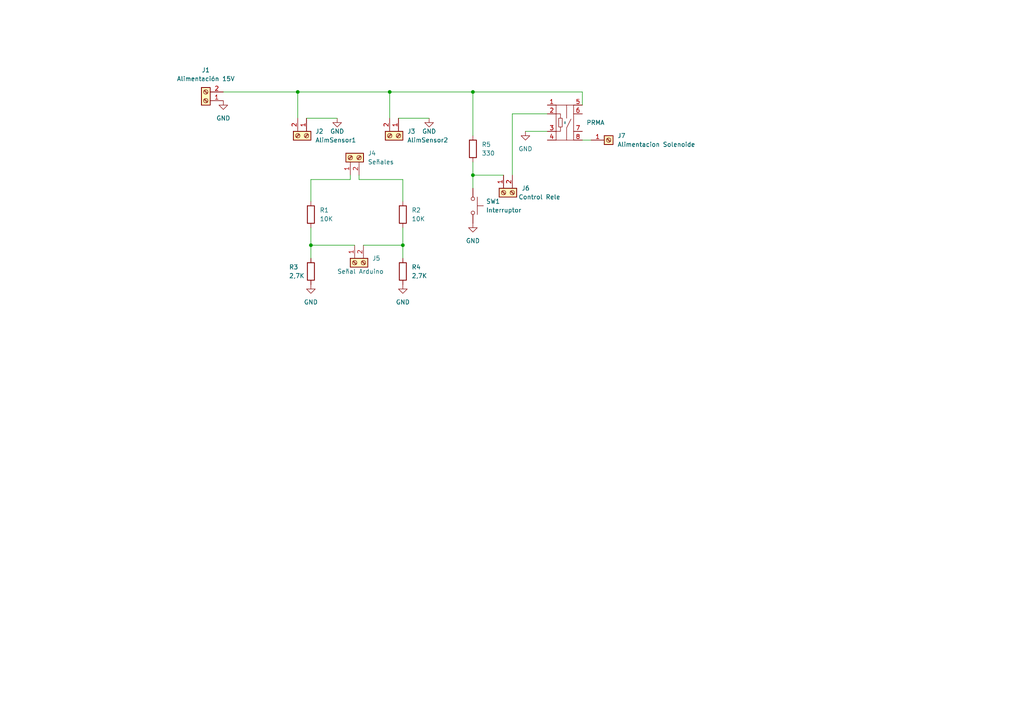
<source format=kicad_sch>
(kicad_sch (version 20230121) (generator eeschema)
  (paper "A4")
  (lib_symbols
    (symbol "Connector:Screw_Terminal_01x01" (pin_names (offset 1.016) hide)
      (property "Reference" "J" (at 0 2.54 0))
      (property "Value" "Screw_Terminal_01x01" (at 0 -2.54 0))
      (symbol "Screw_Terminal_01x01_1_1"
        (rectangle (start -1.27 1.27) (end 1.27 -1.27) (stroke (width 0.254)) (fill (type background)))
        (polyline (pts (xy -0.5334 0.3302) (xy 0.3302 -0.508)) (stroke (width 0.1524)))
        (polyline (pts (xy -0.3556 0.508) (xy 0.508 -0.3302)) (stroke (width 0.1524)))
        (circle (center 0 0) (radius 0.635) (stroke (width 0.1524)))
        (pin passive line (at -5.08 0 0) (length 3.81) (name "Pin_1") (number "1"))
      )
    )
    (symbol "Connector:Screw_Terminal_01x02" (pin_names (offset 1.016) hide)
      (property "Reference" "J" (at 0 2.54 0))
      (property "Value" "Screw_Terminal_01x02" (at 0 -5.08 0))
      (symbol "Screw_Terminal_01x02_1_1"
        (rectangle (start -1.27 1.27) (end 1.27 -3.81) (stroke (width 0.254)) (fill (type background)))
        (circle (center 0 -2.54) (radius 0.635) (stroke (width 0.1524)))
        (polyline (pts (xy -0.5334 -2.2098) (xy 0.3302 -3.048)) (stroke (width 0.1524)))
        (polyline (pts (xy -0.5334 0.3302) (xy 0.3302 -0.508)) (stroke (width 0.1524)))
        (polyline (pts (xy -0.3556 -2.032) (xy 0.508 -2.8702)) (stroke (width 0.1524)))
        (polyline (pts (xy -0.3556 0.508) (xy 0.508 -0.3302)) (stroke (width 0.1524)))
        (circle (center 0 0) (radius 0.635) (stroke (width 0.1524)))
        (pin passive line (at -5.08 0 0) (length 3.81) (name "Pin_1") (number "1"))
        (pin passive line (at -5.08 -2.54 0) (length 3.81) (name "Pin_2") (number "2"))
      )
    )
    (symbol "Device:R" (pin_numbers hide) (pin_names (offset 0))
      (property "Reference" "R" (at 2.032 0 90))
      (property "Value" "R" (at 0 0 90))
      (symbol "R_0_1"
        (rectangle (start -1.016 -2.54) (end 1.016 2.54) (stroke (width 0.254)))
      )
      (symbol "R_1_1"
        (pin passive line (at 0 3.81 270) (length 1.27) (name "~") (number "1"))
        (pin passive line (at 0 -3.81 90) (length 1.27) (name "~") (number "2"))
      )
    )
    (symbol "Relay:RS-291-9710"
      (property "Reference" "U3" (at 0 6.35 90))
      (property "Value" "~" (at 0 0 0))
      (symbol "RS-291-9710_0_1"
        (rectangle (start -5.08 2.54) (end 5.08 -2.54))
      )
      (symbol "RS-291-9710_1_1"
        (rectangle (start -1.27 -0.762) (end 1.27 -1.778))
        (polyline (pts (xy -5.08 0.508) (xy -1.27 0.508)))
        (polyline (pts (xy -2.54 -2.54) (xy -2.54 -1.27) (xy -1.27 -1.27)))
        (polyline (pts (xy 2.54 -2.54) (xy 2.54 -1.27) (xy 1.27 -1.27)))
        (polyline (pts (xy 5.08 0.508) (xy 1.524 0.508) (xy -1.016 1.778)))
        (pin input line (at -5.08 -5.08 90) (length 2.54) (name "") (number "1"))
        (pin input line (at -2.54 -5.08 90) (length 2.54) (name "") (number "2"))
        (pin input line (at 2.54 -5.08 90) (length 2.54) (name "") (number "3"))
        (pin input line (at 5.08 -5.08 90) (length 2.54) (name "") (number "4"))
        (pin input line (at -5.08 5.08 270) (length 2.54) (name "") (number "5"))
        (pin input line (at -2.54 5.08 270) (length 2.54) (name "") (number "6"))
        (pin input line (at 2.54 5.08 270) (length 2.54) (name "") (number "7"))
        (pin input line (at 5.08 5.08 270) (length 2.54) (name "") (number "8"))
      )
    )
    (symbol "Switch:SW_MEC_5G" (pin_numbers hide) (pin_names (offset 1.016) hide)
      (property "Reference" "SW" (at 1.27 2.54 0))
      (property "Value" "SW_MEC_5G" (at 0 -1.524 0))
      (symbol "SW_MEC_5G_0_1"
        (circle (center -2.032 0) (radius 0.508))
        (polyline (pts (xy 0 1.27) (xy 0 3.048)))
        (polyline (pts (xy 2.54 1.27) (xy -2.54 1.27)))
        (circle (center 2.032 0) (radius 0.508))
        (pin passive line (at -5.08 0 0) (length 2.54) (name "A") (number "1"))
        (pin passive line (at 5.08 0 180) (length 2.54) (name "B") (number "3"))
      )
      (symbol "SW_MEC_5G_1_1"
        (pin passive line (at -5.08 0 0) (length 2.54) hide (name "A") (number "2"))
        (pin passive line (at 5.08 0 180) (length 2.54) hide (name "B") (number "4"))
      )
    )
    (symbol "power:GND" (power) (pin_names (offset 0))
      (property "Value" "GND" (at 0 -3.81 0))
      (symbol "GND_0_1"
        (polyline (pts (xy 0 0) (xy 0 -1.27) (xy 1.27 -1.27) (xy 0 -2.54) (xy -1.27 -1.27) (xy 0 -1.27)))
      )
      (symbol "GND_1_1"
        (pin power_in line (at 0 0 270) (length 0) hide (name "GND") (number "1"))
      )
    )
  )
  (junction (at 137.16 50.8))
  (junction (at 137.16 26.67))
  (junction (at 90.17 71.12))
  (junction (at 86.36 26.67))
  (junction (at 113.03 26.67))
  (junction (at 116.84 71.12))
  (wire (pts (xy 137.16 50.8) (xy 137.16 54.61)))
  (wire (pts (xy 116.84 66.04) (xy 116.84 71.12)))
  (wire (pts (xy 90.17 66.04) (xy 90.17 71.12)))
  (wire (pts (xy 116.84 71.12) (xy 116.84 74.93)))
  (wire (pts (xy 137.16 46.99) (xy 137.16 50.8)))
  (wire (pts (xy 168.91 30.48) (xy 168.91 26.67)))
  (wire (pts (xy 116.84 52.07) (xy 104.14 52.07)))
  (wire (pts (xy 64.77 26.67) (xy 86.36 26.67)))
  (wire (pts (xy 137.16 26.67) (xy 137.16 39.37)))
  (wire (pts (xy 137.16 26.67) (xy 168.91 26.67)))
  (wire (pts (xy 113.03 26.67) (xy 86.36 26.67)))
  (wire (pts (xy 105.41 71.12) (xy 116.84 71.12)))
  (wire (pts (xy 168.91 40.64) (xy 171.45 40.64)))
  (wire (pts (xy 101.6 52.07) (xy 101.6 50.8)))
  (wire (pts (xy 137.16 50.8) (xy 146.05 50.8)))
  (wire (pts (xy 148.59 33.02) (xy 158.75 33.02)))
  (wire (pts (xy 88.9 34.29) (xy 97.79 34.29)))
  (wire (pts (xy 86.36 26.67) (xy 86.36 34.29)))
  (wire (pts (xy 113.03 34.29) (xy 113.03 26.67)))
  (wire (pts (xy 152.4 38.1) (xy 158.75 38.1)))
  (wire (pts (xy 90.17 71.12) (xy 90.17 74.93)))
  (wire (pts (xy 148.59 33.02) (xy 148.59 50.8)))
  (wire (pts (xy 104.14 52.07) (xy 104.14 50.8)))
  (wire (pts (xy 113.03 26.67) (xy 137.16 26.67)))
  (wire (pts (xy 115.57 34.29) (xy 124.46 34.29)))
  (wire (pts (xy 90.17 71.12) (xy 102.87 71.12)))
  (wire (pts (xy 90.17 52.07) (xy 101.6 52.07)))
  (wire (pts (xy 90.17 52.07) (xy 90.17 58.42)))
  (wire (pts (xy 116.84 52.07) (xy 116.84 58.42)))
  (symbol (lib_id "Device:R") (at 116.84 62.23 0) (unit 1)
    (property "Reference" "R2" (at 119.38 60.96 0) (effects (justify left)))
    (property "Value" "10K" (at 119.38 63.5 0) (effects (justify left)))
    (property "Footprint" "Resistor_THT:RUSABLE" (effects hide))
  )
  (symbol (lib_id "Connector:Screw_Terminal_01x02") (at 101.6 45.72 90) (unit 1)
    (property "Reference" "J4" (at 106.68 44.45 90) (effects (justify right)))
    (property "Value" "Señales" (at 106.68 46.99 90) (effects (justify right)))
    (property "Footprint" "Connector:ScrewTerminal1x2" (effects hide))
  )
  (symbol (lib_id "Device:R") (at 116.84 78.74 0) (unit 1)
    (property "Reference" "R4" (at 119.38 77.47 0) (effects (justify left)))
    (property "Value" "2,7K" (at 119.38 80.01 0) (effects (justify left)))
    (property "Footprint" "Resistor_THT:RUSABLE" (effects hide))
  )
  (symbol (lib_id "Switch:SW_MEC_5G") (at 137.16 59.69 270) (unit 1)
    (property "Reference" "SW1" (at 140.97 58.42 90) (effects (justify left)))
    (property "Value" "Interruptor" (at 140.97 60.96 90) (effects (justify left)))
    (property "Footprint" "Button_Switch_THT:Button2P" (effects hide))
    (property "Datasheet" "http://www.apem.com/int/index.php?controller=attachment&id_attachment=488" (effects hide))
  )
  (symbol (lib_id "Relay:RS-291-9710") (at 163.83 35.56 270) (unit 1)
    (property "Reference" "PRMA" (at 172.72 35.56 90))
    (property "Value" "~" (at 163.83 35.56 0))
    (property "Footprint" "Relay_THT:RS-291-9710" (effects hide))
  )
  (symbol (lib_id "Connector:Screw_Terminal_01x01") (at 176.53 40.64 0) (unit 1)
    (property "Reference" "J7" (at 179.07 39.37 0) (effects (justify left)))
    (property "Value" "Alimentacion Solenoide" (at 179.07 41.91 0) (effects (justify left)))
    (property "Footprint" "Connector:ScrewTerminal1x2" (effects hide))
  )
  (symbol (lib_id "Connector:Screw_Terminal_01x02") (at 102.87 76.2 90) (mirror x) (unit 1)
    (property "Reference" "J5" (at 107.95 74.93 90) (effects (justify right)))
    (property "Value" "Señal Arduino" (at 97.79 78.74 90) (effects (justify right)))
    (property "Footprint" "Connector:ScrewTerminal1x2" (effects hide))
  )
  (symbol (lib_id "power:GND") (at 152.4 38.1 0) (unit 1)
    (property "Reference" "#PWR07" (effects hide))
    (property "Value" "GND" (at 152.4 43.18 0))
  )
  (symbol (lib_id "power:GND") (at 90.17 82.55 0) (unit 1)
    (property "Reference" "#PWR04" (effects hide))
    (property "Value" "GND" (at 90.17 87.63 0))
  )
  (symbol (lib_id "Connector:Screw_Terminal_01x02") (at 88.9 39.37 270) (unit 1)
    (property "Reference" "J2" (at 91.44 38.1 90) (effects (justify left)))
    (property "Value" "AlimSensor1" (at 91.44 40.64 90) (effects (justify left)))
    (property "Footprint" "Connector:ScrewTerminal1x2" (effects hide))
  )
  (symbol (lib_id "Device:R") (at 90.17 78.74 0) (unit 1)
    (property "Reference" "R3" (at 83.82 77.47 0) (effects (justify left)))
    (property "Value" "2,7K" (at 83.82 80.01 0) (effects (justify left)))
    (property "Footprint" "Resistor_THT:RUSABLE" (effects hide))
  )
  (symbol (lib_id "power:GND") (at 116.84 82.55 0) (unit 1)
    (property "Reference" "#PWR05" (effects hide))
    (property "Value" "GND" (at 116.84 87.63 0))
  )
  (symbol (lib_id "Device:R") (at 137.16 43.18 0) (unit 1)
    (property "Reference" "R5" (at 139.7 41.91 0) (effects (justify left)))
    (property "Value" "330" (at 139.7 44.45 0) (effects (justify left)))
    (property "Footprint" "Resistor_THT:RUSABLE" (effects hide))
  )
  (symbol (lib_id "Connector:Screw_Terminal_01x02") (at 59.69 29.21 180) (unit 1)
    (property "Reference" "J1" (at 59.69 20.32 0))
    (property "Value" "Alimentación 15V" (at 59.69 22.86 0))
    (property "Footprint" "Connector:ScrewTerminal1x2" (effects hide))
  )
  (symbol (lib_id "Connector:Screw_Terminal_01x02") (at 146.05 55.88 90) (mirror x) (unit 1)
    (property "Reference" "J6" (at 153.67 54.61 90) (effects (justify left)))
    (property "Value" "Control Rele" (at 162.56 57.15 90) (effects (justify left)))
    (property "Footprint" "Connector:ScrewTerminal1x2" (effects hide))
  )
  (symbol (lib_id "power:GND") (at 64.77 29.21 0) (unit 1)
    (property "Reference" "#PWR01" (effects hide))
    (property "Value" "GND" (at 64.77 34.29 0))
  )
  (symbol (lib_id "Device:R") (at 90.17 62.23 0) (unit 1)
    (property "Reference" "R1" (at 92.71 60.96 0) (effects (justify left)))
    (property "Value" "10K" (at 92.71 63.5 0) (effects (justify left)))
    (property "Footprint" "Resistor_THT:RUSABLE" (effects hide))
  )
  (symbol (lib_id "power:GND") (at 124.46 34.29 0) (unit 1)
    (property "Reference" "#PWR03" (effects hide))
    (property "Value" "GND" (at 124.46 38.1 0))
  )
  (symbol (lib_id "power:GND") (at 97.79 34.29 0) (unit 1)
    (property "Reference" "#PWR02" (effects hide))
    (property "Value" "GND" (at 97.79 38.1 0))
  )
  (symbol (lib_id "power:GND") (at 137.16 64.77 0) (unit 1)
    (property "Reference" "#PWR06" (effects hide))
    (property "Value" "GND" (at 137.16 69.85 0))
  )
  (symbol (lib_id "Connector:Screw_Terminal_01x02") (at 115.57 39.37 270) (unit 1)
    (property "Reference" "J3" (at 118.11 38.1 90) (effects (justify left)))
    (property "Value" "AlimSensor2" (at 118.11 40.64 90) (effects (justify left)))
    (property "Footprint" "Connector:ScrewTerminal1x2" (effects hide))
  )
)
</source>
